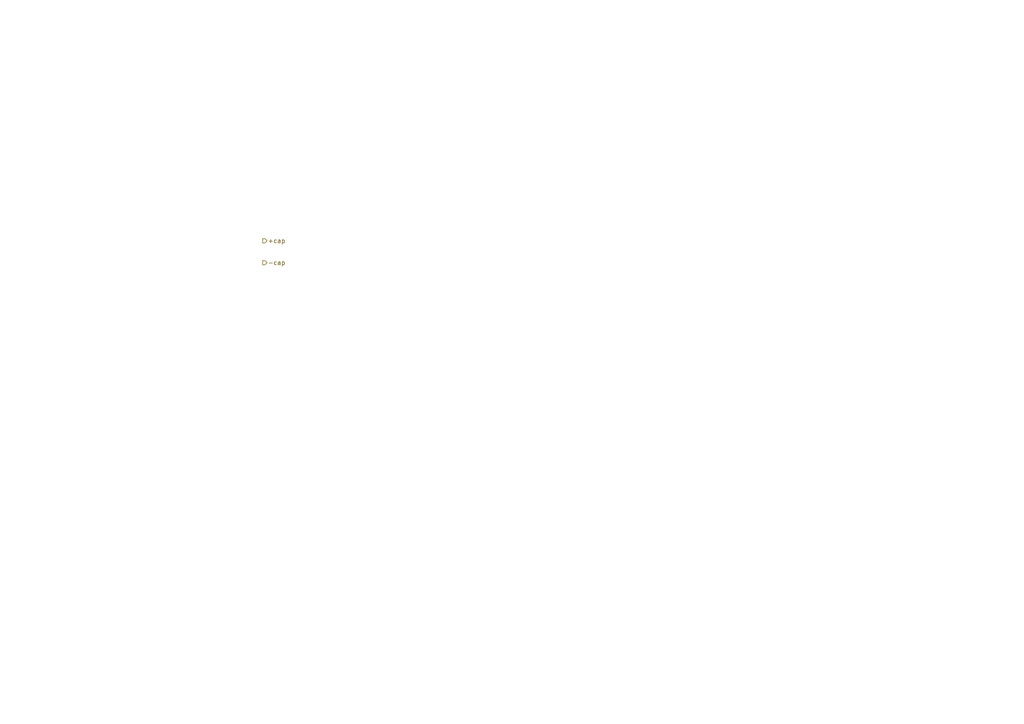
<source format=kicad_sch>
(kicad_sch
	(version 20231120)
	(generator "eeschema")
	(generator_version "8.0")
	(uuid "95d95f7d-f685-42ff-a981-8afacff352dd")
	(paper "A4")
	(lib_symbols)
	(hierarchical_label "+cap"
		(shape output)
		(at 76.2 69.85 0)
		(fields_autoplaced yes)
		(effects
			(font
				(size 1.27 1.27)
			)
			(justify left)
		)
		(uuid "4f35de6e-1110-4baa-b9f9-d7385c634906")
	)
	(hierarchical_label "-cap"
		(shape output)
		(at 76.2 76.2 0)
		(fields_autoplaced yes)
		(effects
			(font
				(size 1.27 1.27)
			)
			(justify left)
		)
		(uuid "8f2fd005-bc84-4699-9a73-c2c3360e166e")
	)
)

</source>
